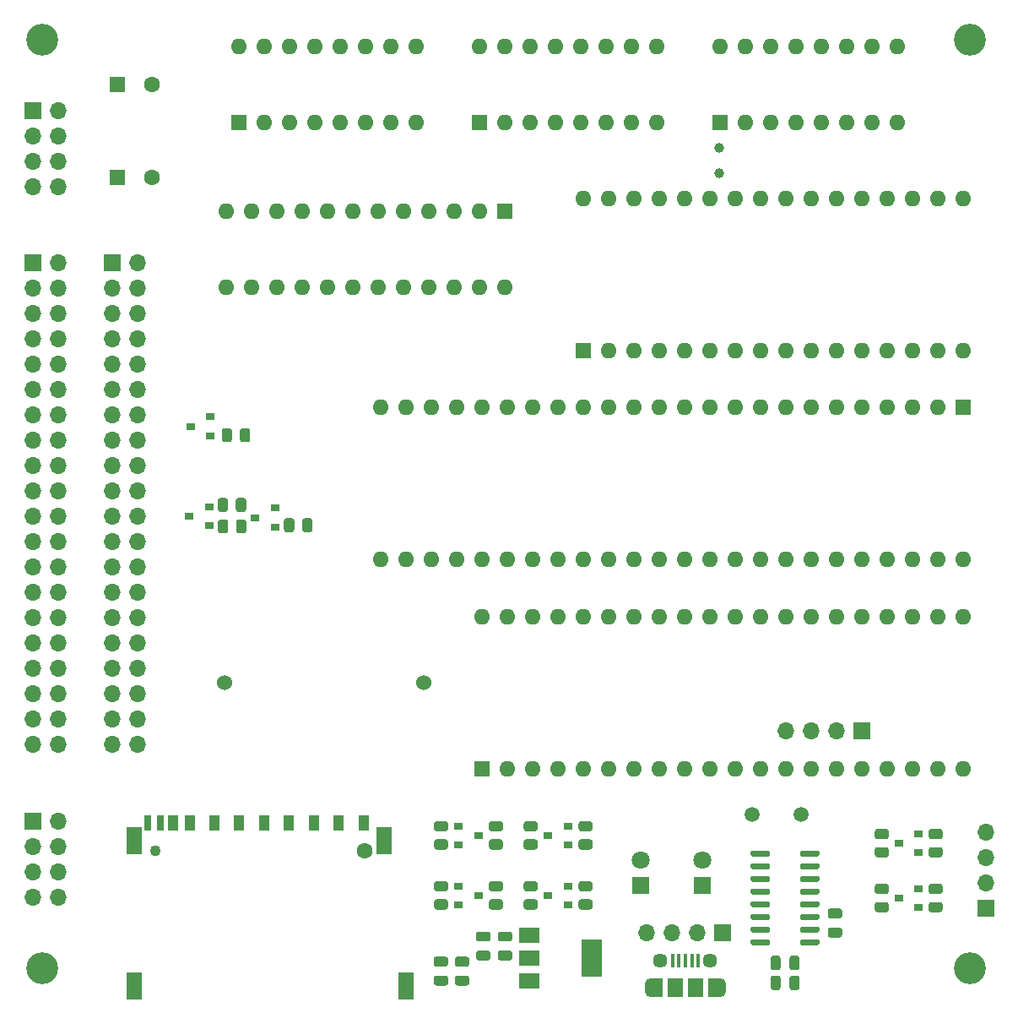
<source format=gbr>
%TF.GenerationSoftware,KiCad,Pcbnew,(5.1.9)-1*%
%TF.CreationDate,2021-05-25T17:26:24-04:00*%
%TF.ProjectId,main,6d61696e-2e6b-4696-9361-645f70636258,rev?*%
%TF.SameCoordinates,Original*%
%TF.FileFunction,Soldermask,Top*%
%TF.FilePolarity,Negative*%
%FSLAX46Y46*%
G04 Gerber Fmt 4.6, Leading zero omitted, Abs format (unit mm)*
G04 Created by KiCad (PCBNEW (5.1.9)-1) date 2021-05-25 17:26:24*
%MOMM*%
%LPD*%
G01*
G04 APERTURE LIST*
%ADD10R,0.900000X0.800000*%
%ADD11O,1.600000X1.600000*%
%ADD12R,1.600000X1.600000*%
%ADD13C,1.600000*%
%ADD14C,1.100000*%
%ADD15R,1.500000X2.800000*%
%ADD16R,0.750000X1.500000*%
%ADD17R,0.700000X1.500000*%
%ADD18R,1.000000X1.500000*%
%ADD19R,2.000000X1.500000*%
%ADD20R,2.000000X3.800000*%
%ADD21O,1.700000X1.700000*%
%ADD22R,1.700000X1.700000*%
%ADD23C,1.500000*%
%ADD24C,1.800000*%
%ADD25R,1.800000X1.800000*%
%ADD26R,1.200000X1.900000*%
%ADD27O,1.200000X1.900000*%
%ADD28R,1.500000X1.900000*%
%ADD29C,1.450000*%
%ADD30R,0.400000X1.350000*%
%ADD31C,1.000000*%
%ADD32C,1.524000*%
%ADD33C,3.200000*%
G04 APERTURE END LIST*
D10*
%TO.C,Q9*%
X38370000Y-62230000D03*
X40370000Y-61280000D03*
X40370000Y-63180000D03*
%TD*%
%TO.C,Q8*%
X44831000Y-71374000D03*
X46831000Y-70424000D03*
X46831000Y-72324000D03*
%TD*%
%TO.C,Q6*%
X38243000Y-71247000D03*
X40243000Y-70297000D03*
X40243000Y-72197000D03*
%TD*%
D11*
%TO.C,U7*%
X67310000Y-24130000D03*
X85090000Y-31750000D03*
X69850000Y-24130000D03*
X82550000Y-31750000D03*
X72390000Y-24130000D03*
X80010000Y-31750000D03*
X74930000Y-24130000D03*
X77470000Y-31750000D03*
X77470000Y-24130000D03*
X74930000Y-31750000D03*
X80010000Y-24130000D03*
X72390000Y-31750000D03*
X82550000Y-24130000D03*
X69850000Y-31750000D03*
X85090000Y-24130000D03*
D12*
X67310000Y-31750000D03*
%TD*%
D11*
%TO.C,U3*%
X43180000Y-24130000D03*
X60960000Y-31750000D03*
X45720000Y-24130000D03*
X58420000Y-31750000D03*
X48260000Y-24130000D03*
X55880000Y-31750000D03*
X50800000Y-24130000D03*
X53340000Y-31750000D03*
X53340000Y-24130000D03*
X50800000Y-31750000D03*
X55880000Y-24130000D03*
X48260000Y-31750000D03*
X58420000Y-24130000D03*
X45720000Y-31750000D03*
X60960000Y-24130000D03*
D12*
X43180000Y-31750000D03*
%TD*%
D13*
%TO.C,J9*%
X55855000Y-104775000D03*
D14*
X34855000Y-104775000D03*
D15*
X57805000Y-103775000D03*
X60005000Y-118275000D03*
X32705000Y-118275000D03*
X32705000Y-103775000D03*
D16*
X34105000Y-101975000D03*
D17*
X35305000Y-101975000D03*
D18*
X55735000Y-101975000D03*
X40735000Y-101975000D03*
X43235000Y-101975000D03*
X45735000Y-101975000D03*
X48235000Y-101975000D03*
X53235000Y-101975000D03*
X50735000Y-101975000D03*
X38305000Y-101975000D03*
X36605000Y-101975000D03*
%TD*%
D19*
%TO.C,U1*%
X72330000Y-113188000D03*
X72330000Y-117788000D03*
X72330000Y-115488000D03*
D20*
X78630000Y-115488000D03*
%TD*%
%TO.C,R17*%
G36*
G01*
X113550001Y-109100000D02*
X112649999Y-109100000D01*
G75*
G02*
X112400000Y-108850001I0J249999D01*
G01*
X112400000Y-108324999D01*
G75*
G02*
X112649999Y-108075000I249999J0D01*
G01*
X113550001Y-108075000D01*
G75*
G02*
X113800000Y-108324999I0J-249999D01*
G01*
X113800000Y-108850001D01*
G75*
G02*
X113550001Y-109100000I-249999J0D01*
G01*
G37*
G36*
G01*
X113550001Y-110925000D02*
X112649999Y-110925000D01*
G75*
G02*
X112400000Y-110675001I0J249999D01*
G01*
X112400000Y-110149999D01*
G75*
G02*
X112649999Y-109900000I249999J0D01*
G01*
X113550001Y-109900000D01*
G75*
G02*
X113800000Y-110149999I0J-249999D01*
G01*
X113800000Y-110675001D01*
G75*
G02*
X113550001Y-110925000I-249999J0D01*
G01*
G37*
%TD*%
%TO.C,R16*%
G36*
G01*
X108150001Y-109100000D02*
X107249999Y-109100000D01*
G75*
G02*
X107000000Y-108850001I0J249999D01*
G01*
X107000000Y-108324999D01*
G75*
G02*
X107249999Y-108075000I249999J0D01*
G01*
X108150001Y-108075000D01*
G75*
G02*
X108400000Y-108324999I0J-249999D01*
G01*
X108400000Y-108850001D01*
G75*
G02*
X108150001Y-109100000I-249999J0D01*
G01*
G37*
G36*
G01*
X108150001Y-110925000D02*
X107249999Y-110925000D01*
G75*
G02*
X107000000Y-110675001I0J249999D01*
G01*
X107000000Y-110149999D01*
G75*
G02*
X107249999Y-109900000I249999J0D01*
G01*
X108150001Y-109900000D01*
G75*
G02*
X108400000Y-110149999I0J-249999D01*
G01*
X108400000Y-110675001D01*
G75*
G02*
X108150001Y-110925000I-249999J0D01*
G01*
G37*
%TD*%
%TO.C,R13*%
G36*
G01*
X113550001Y-103600000D02*
X112649999Y-103600000D01*
G75*
G02*
X112400000Y-103350001I0J249999D01*
G01*
X112400000Y-102824999D01*
G75*
G02*
X112649999Y-102575000I249999J0D01*
G01*
X113550001Y-102575000D01*
G75*
G02*
X113800000Y-102824999I0J-249999D01*
G01*
X113800000Y-103350001D01*
G75*
G02*
X113550001Y-103600000I-249999J0D01*
G01*
G37*
G36*
G01*
X113550001Y-105425000D02*
X112649999Y-105425000D01*
G75*
G02*
X112400000Y-105175001I0J249999D01*
G01*
X112400000Y-104649999D01*
G75*
G02*
X112649999Y-104400000I249999J0D01*
G01*
X113550001Y-104400000D01*
G75*
G02*
X113800000Y-104649999I0J-249999D01*
G01*
X113800000Y-105175001D01*
G75*
G02*
X113550001Y-105425000I-249999J0D01*
G01*
G37*
%TD*%
%TO.C,R12*%
G36*
G01*
X108150001Y-103600000D02*
X107249999Y-103600000D01*
G75*
G02*
X107000000Y-103350001I0J249999D01*
G01*
X107000000Y-102824999D01*
G75*
G02*
X107249999Y-102575000I249999J0D01*
G01*
X108150001Y-102575000D01*
G75*
G02*
X108400000Y-102824999I0J-249999D01*
G01*
X108400000Y-103350001D01*
G75*
G02*
X108150001Y-103600000I-249999J0D01*
G01*
G37*
G36*
G01*
X108150001Y-105425000D02*
X107249999Y-105425000D01*
G75*
G02*
X107000000Y-105175001I0J249999D01*
G01*
X107000000Y-104649999D01*
G75*
G02*
X107249999Y-104400000I249999J0D01*
G01*
X108150001Y-104400000D01*
G75*
G02*
X108400000Y-104649999I0J-249999D01*
G01*
X108400000Y-105175001D01*
G75*
G02*
X108150001Y-105425000I-249999J0D01*
G01*
G37*
%TD*%
%TO.C,R8*%
G36*
G01*
X69442001Y-108830000D02*
X68541999Y-108830000D01*
G75*
G02*
X68292000Y-108580001I0J249999D01*
G01*
X68292000Y-108054999D01*
G75*
G02*
X68541999Y-107805000I249999J0D01*
G01*
X69442001Y-107805000D01*
G75*
G02*
X69692000Y-108054999I0J-249999D01*
G01*
X69692000Y-108580001D01*
G75*
G02*
X69442001Y-108830000I-249999J0D01*
G01*
G37*
G36*
G01*
X69442001Y-110655000D02*
X68541999Y-110655000D01*
G75*
G02*
X68292000Y-110405001I0J249999D01*
G01*
X68292000Y-109879999D01*
G75*
G02*
X68541999Y-109630000I249999J0D01*
G01*
X69442001Y-109630000D01*
G75*
G02*
X69692000Y-109879999I0J-249999D01*
G01*
X69692000Y-110405001D01*
G75*
G02*
X69442001Y-110655000I-249999J0D01*
G01*
G37*
%TD*%
%TO.C,R7*%
G36*
G01*
X72041999Y-109630000D02*
X72942001Y-109630000D01*
G75*
G02*
X73192000Y-109879999I0J-249999D01*
G01*
X73192000Y-110405001D01*
G75*
G02*
X72942001Y-110655000I-249999J0D01*
G01*
X72041999Y-110655000D01*
G75*
G02*
X71792000Y-110405001I0J249999D01*
G01*
X71792000Y-109879999D01*
G75*
G02*
X72041999Y-109630000I249999J0D01*
G01*
G37*
G36*
G01*
X72041999Y-107805000D02*
X72942001Y-107805000D01*
G75*
G02*
X73192000Y-108054999I0J-249999D01*
G01*
X73192000Y-108580001D01*
G75*
G02*
X72942001Y-108830000I-249999J0D01*
G01*
X72041999Y-108830000D01*
G75*
G02*
X71792000Y-108580001I0J249999D01*
G01*
X71792000Y-108054999D01*
G75*
G02*
X72041999Y-107805000I249999J0D01*
G01*
G37*
%TD*%
%TO.C,R6*%
G36*
G01*
X72942001Y-102818000D02*
X72041999Y-102818000D01*
G75*
G02*
X71792000Y-102568001I0J249999D01*
G01*
X71792000Y-102042999D01*
G75*
G02*
X72041999Y-101793000I249999J0D01*
G01*
X72942001Y-101793000D01*
G75*
G02*
X73192000Y-102042999I0J-249999D01*
G01*
X73192000Y-102568001D01*
G75*
G02*
X72942001Y-102818000I-249999J0D01*
G01*
G37*
G36*
G01*
X72942001Y-104643000D02*
X72041999Y-104643000D01*
G75*
G02*
X71792000Y-104393001I0J249999D01*
G01*
X71792000Y-103867999D01*
G75*
G02*
X72041999Y-103618000I249999J0D01*
G01*
X72942001Y-103618000D01*
G75*
G02*
X73192000Y-103867999I0J-249999D01*
G01*
X73192000Y-104393001D01*
G75*
G02*
X72942001Y-104643000I-249999J0D01*
G01*
G37*
%TD*%
%TO.C,R5*%
G36*
G01*
X68541999Y-103618000D02*
X69442001Y-103618000D01*
G75*
G02*
X69692000Y-103867999I0J-249999D01*
G01*
X69692000Y-104393001D01*
G75*
G02*
X69442001Y-104643000I-249999J0D01*
G01*
X68541999Y-104643000D01*
G75*
G02*
X68292000Y-104393001I0J249999D01*
G01*
X68292000Y-103867999D01*
G75*
G02*
X68541999Y-103618000I249999J0D01*
G01*
G37*
G36*
G01*
X68541999Y-101793000D02*
X69442001Y-101793000D01*
G75*
G02*
X69692000Y-102042999I0J-249999D01*
G01*
X69692000Y-102568001D01*
G75*
G02*
X69442001Y-102818000I-249999J0D01*
G01*
X68541999Y-102818000D01*
G75*
G02*
X68292000Y-102568001I0J249999D01*
G01*
X68292000Y-102042999D01*
G75*
G02*
X68541999Y-101793000I249999J0D01*
G01*
G37*
%TD*%
%TO.C,R4*%
G36*
G01*
X63041999Y-107805000D02*
X63942001Y-107805000D01*
G75*
G02*
X64192000Y-108054999I0J-249999D01*
G01*
X64192000Y-108580001D01*
G75*
G02*
X63942001Y-108830000I-249999J0D01*
G01*
X63041999Y-108830000D01*
G75*
G02*
X62792000Y-108580001I0J249999D01*
G01*
X62792000Y-108054999D01*
G75*
G02*
X63041999Y-107805000I249999J0D01*
G01*
G37*
G36*
G01*
X63041999Y-109630000D02*
X63942001Y-109630000D01*
G75*
G02*
X64192000Y-109879999I0J-249999D01*
G01*
X64192000Y-110405001D01*
G75*
G02*
X63942001Y-110655000I-249999J0D01*
G01*
X63041999Y-110655000D01*
G75*
G02*
X62792000Y-110405001I0J249999D01*
G01*
X62792000Y-109879999D01*
G75*
G02*
X63041999Y-109630000I249999J0D01*
G01*
G37*
%TD*%
%TO.C,R3*%
G36*
G01*
X78442001Y-108830000D02*
X77541999Y-108830000D01*
G75*
G02*
X77292000Y-108580001I0J249999D01*
G01*
X77292000Y-108054999D01*
G75*
G02*
X77541999Y-107805000I249999J0D01*
G01*
X78442001Y-107805000D01*
G75*
G02*
X78692000Y-108054999I0J-249999D01*
G01*
X78692000Y-108580001D01*
G75*
G02*
X78442001Y-108830000I-249999J0D01*
G01*
G37*
G36*
G01*
X78442001Y-110655000D02*
X77541999Y-110655000D01*
G75*
G02*
X77292000Y-110405001I0J249999D01*
G01*
X77292000Y-109879999D01*
G75*
G02*
X77541999Y-109630000I249999J0D01*
G01*
X78442001Y-109630000D01*
G75*
G02*
X78692000Y-109879999I0J-249999D01*
G01*
X78692000Y-110405001D01*
G75*
G02*
X78442001Y-110655000I-249999J0D01*
G01*
G37*
%TD*%
%TO.C,R2*%
G36*
G01*
X78442001Y-102818000D02*
X77541999Y-102818000D01*
G75*
G02*
X77292000Y-102568001I0J249999D01*
G01*
X77292000Y-102042999D01*
G75*
G02*
X77541999Y-101793000I249999J0D01*
G01*
X78442001Y-101793000D01*
G75*
G02*
X78692000Y-102042999I0J-249999D01*
G01*
X78692000Y-102568001D01*
G75*
G02*
X78442001Y-102818000I-249999J0D01*
G01*
G37*
G36*
G01*
X78442001Y-104643000D02*
X77541999Y-104643000D01*
G75*
G02*
X77292000Y-104393001I0J249999D01*
G01*
X77292000Y-103867999D01*
G75*
G02*
X77541999Y-103618000I249999J0D01*
G01*
X78442001Y-103618000D01*
G75*
G02*
X78692000Y-103867999I0J-249999D01*
G01*
X78692000Y-104393001D01*
G75*
G02*
X78442001Y-104643000I-249999J0D01*
G01*
G37*
%TD*%
%TO.C,R1*%
G36*
G01*
X63041999Y-103618000D02*
X63942001Y-103618000D01*
G75*
G02*
X64192000Y-103867999I0J-249999D01*
G01*
X64192000Y-104393001D01*
G75*
G02*
X63942001Y-104643000I-249999J0D01*
G01*
X63041999Y-104643000D01*
G75*
G02*
X62792000Y-104393001I0J249999D01*
G01*
X62792000Y-103867999D01*
G75*
G02*
X63041999Y-103618000I249999J0D01*
G01*
G37*
G36*
G01*
X63041999Y-101793000D02*
X63942001Y-101793000D01*
G75*
G02*
X64192000Y-102042999I0J-249999D01*
G01*
X64192000Y-102568001D01*
G75*
G02*
X63942001Y-102818000I-249999J0D01*
G01*
X63041999Y-102818000D01*
G75*
G02*
X62792000Y-102568001I0J249999D01*
G01*
X62792000Y-102042999D01*
G75*
G02*
X63041999Y-101793000I249999J0D01*
G01*
G37*
%TD*%
D10*
%TO.C,Q7*%
X109400000Y-109500000D03*
X111400000Y-108550000D03*
X111400000Y-110450000D03*
%TD*%
%TO.C,Q5*%
X109400000Y-104000000D03*
X111400000Y-103050000D03*
X111400000Y-104950000D03*
%TD*%
%TO.C,Q4*%
X67242000Y-109230000D03*
X65242000Y-110180000D03*
X65242000Y-108280000D03*
%TD*%
%TO.C,Q3*%
X74242000Y-109230000D03*
X76242000Y-108280000D03*
X76242000Y-110180000D03*
%TD*%
%TO.C,Q2*%
X74242000Y-103218000D03*
X76242000Y-102268000D03*
X76242000Y-104168000D03*
%TD*%
%TO.C,Q1*%
X67242000Y-103218000D03*
X65242000Y-104168000D03*
X65242000Y-102268000D03*
%TD*%
D21*
%TO.C,J4*%
X118110000Y-102870000D03*
X118110000Y-105410000D03*
X118110000Y-107950000D03*
D22*
X118110000Y-110490000D03*
%TD*%
%TO.C,C8*%
G36*
G01*
X67255000Y-114753000D02*
X68205000Y-114753000D01*
G75*
G02*
X68455000Y-115003000I0J-250000D01*
G01*
X68455000Y-115503000D01*
G75*
G02*
X68205000Y-115753000I-250000J0D01*
G01*
X67255000Y-115753000D01*
G75*
G02*
X67005000Y-115503000I0J250000D01*
G01*
X67005000Y-115003000D01*
G75*
G02*
X67255000Y-114753000I250000J0D01*
G01*
G37*
G36*
G01*
X67255000Y-112853000D02*
X68205000Y-112853000D01*
G75*
G02*
X68455000Y-113103000I0J-250000D01*
G01*
X68455000Y-113603000D01*
G75*
G02*
X68205000Y-113853000I-250000J0D01*
G01*
X67255000Y-113853000D01*
G75*
G02*
X67005000Y-113603000I0J250000D01*
G01*
X67005000Y-113103000D01*
G75*
G02*
X67255000Y-112853000I250000J0D01*
G01*
G37*
%TD*%
%TO.C,C7*%
G36*
G01*
X63955000Y-116373000D02*
X63005000Y-116373000D01*
G75*
G02*
X62755000Y-116123000I0J250000D01*
G01*
X62755000Y-115623000D01*
G75*
G02*
X63005000Y-115373000I250000J0D01*
G01*
X63955000Y-115373000D01*
G75*
G02*
X64205000Y-115623000I0J-250000D01*
G01*
X64205000Y-116123000D01*
G75*
G02*
X63955000Y-116373000I-250000J0D01*
G01*
G37*
G36*
G01*
X63955000Y-118273000D02*
X63005000Y-118273000D01*
G75*
G02*
X62755000Y-118023000I0J250000D01*
G01*
X62755000Y-117523000D01*
G75*
G02*
X63005000Y-117273000I250000J0D01*
G01*
X63955000Y-117273000D01*
G75*
G02*
X64205000Y-117523000I0J-250000D01*
G01*
X64205000Y-118023000D01*
G75*
G02*
X63955000Y-118273000I-250000J0D01*
G01*
G37*
%TD*%
%TO.C,C6*%
G36*
G01*
X69435000Y-114753000D02*
X70385000Y-114753000D01*
G75*
G02*
X70635000Y-115003000I0J-250000D01*
G01*
X70635000Y-115503000D01*
G75*
G02*
X70385000Y-115753000I-250000J0D01*
G01*
X69435000Y-115753000D01*
G75*
G02*
X69185000Y-115503000I0J250000D01*
G01*
X69185000Y-115003000D01*
G75*
G02*
X69435000Y-114753000I250000J0D01*
G01*
G37*
G36*
G01*
X69435000Y-112853000D02*
X70385000Y-112853000D01*
G75*
G02*
X70635000Y-113103000I0J-250000D01*
G01*
X70635000Y-113603000D01*
G75*
G02*
X70385000Y-113853000I-250000J0D01*
G01*
X69435000Y-113853000D01*
G75*
G02*
X69185000Y-113603000I0J250000D01*
G01*
X69185000Y-113103000D01*
G75*
G02*
X69435000Y-112853000I250000J0D01*
G01*
G37*
%TD*%
%TO.C,C5*%
G36*
G01*
X66080000Y-116373000D02*
X65130000Y-116373000D01*
G75*
G02*
X64880000Y-116123000I0J250000D01*
G01*
X64880000Y-115623000D01*
G75*
G02*
X65130000Y-115373000I250000J0D01*
G01*
X66080000Y-115373000D01*
G75*
G02*
X66330000Y-115623000I0J-250000D01*
G01*
X66330000Y-116123000D01*
G75*
G02*
X66080000Y-116373000I-250000J0D01*
G01*
G37*
G36*
G01*
X66080000Y-118273000D02*
X65130000Y-118273000D01*
G75*
G02*
X64880000Y-118023000I0J250000D01*
G01*
X64880000Y-117523000D01*
G75*
G02*
X65130000Y-117273000I250000J0D01*
G01*
X66080000Y-117273000D01*
G75*
G02*
X66330000Y-117523000I0J-250000D01*
G01*
X66330000Y-118023000D01*
G75*
G02*
X66080000Y-118273000I-250000J0D01*
G01*
G37*
%TD*%
D23*
%TO.C,Y2*%
X94688000Y-101092000D03*
X99568000Y-101092000D03*
%TD*%
%TO.C,U9*%
G36*
G01*
X96500000Y-113795000D02*
X96500000Y-114095000D01*
G75*
G02*
X96350000Y-114245000I-150000J0D01*
G01*
X94700000Y-114245000D01*
G75*
G02*
X94550000Y-114095000I0J150000D01*
G01*
X94550000Y-113795000D01*
G75*
G02*
X94700000Y-113645000I150000J0D01*
G01*
X96350000Y-113645000D01*
G75*
G02*
X96500000Y-113795000I0J-150000D01*
G01*
G37*
G36*
G01*
X96500000Y-112525000D02*
X96500000Y-112825000D01*
G75*
G02*
X96350000Y-112975000I-150000J0D01*
G01*
X94700000Y-112975000D01*
G75*
G02*
X94550000Y-112825000I0J150000D01*
G01*
X94550000Y-112525000D01*
G75*
G02*
X94700000Y-112375000I150000J0D01*
G01*
X96350000Y-112375000D01*
G75*
G02*
X96500000Y-112525000I0J-150000D01*
G01*
G37*
G36*
G01*
X96500000Y-111255000D02*
X96500000Y-111555000D01*
G75*
G02*
X96350000Y-111705000I-150000J0D01*
G01*
X94700000Y-111705000D01*
G75*
G02*
X94550000Y-111555000I0J150000D01*
G01*
X94550000Y-111255000D01*
G75*
G02*
X94700000Y-111105000I150000J0D01*
G01*
X96350000Y-111105000D01*
G75*
G02*
X96500000Y-111255000I0J-150000D01*
G01*
G37*
G36*
G01*
X96500000Y-109985000D02*
X96500000Y-110285000D01*
G75*
G02*
X96350000Y-110435000I-150000J0D01*
G01*
X94700000Y-110435000D01*
G75*
G02*
X94550000Y-110285000I0J150000D01*
G01*
X94550000Y-109985000D01*
G75*
G02*
X94700000Y-109835000I150000J0D01*
G01*
X96350000Y-109835000D01*
G75*
G02*
X96500000Y-109985000I0J-150000D01*
G01*
G37*
G36*
G01*
X96500000Y-108715000D02*
X96500000Y-109015000D01*
G75*
G02*
X96350000Y-109165000I-150000J0D01*
G01*
X94700000Y-109165000D01*
G75*
G02*
X94550000Y-109015000I0J150000D01*
G01*
X94550000Y-108715000D01*
G75*
G02*
X94700000Y-108565000I150000J0D01*
G01*
X96350000Y-108565000D01*
G75*
G02*
X96500000Y-108715000I0J-150000D01*
G01*
G37*
G36*
G01*
X96500000Y-107445000D02*
X96500000Y-107745000D01*
G75*
G02*
X96350000Y-107895000I-150000J0D01*
G01*
X94700000Y-107895000D01*
G75*
G02*
X94550000Y-107745000I0J150000D01*
G01*
X94550000Y-107445000D01*
G75*
G02*
X94700000Y-107295000I150000J0D01*
G01*
X96350000Y-107295000D01*
G75*
G02*
X96500000Y-107445000I0J-150000D01*
G01*
G37*
G36*
G01*
X96500000Y-106175000D02*
X96500000Y-106475000D01*
G75*
G02*
X96350000Y-106625000I-150000J0D01*
G01*
X94700000Y-106625000D01*
G75*
G02*
X94550000Y-106475000I0J150000D01*
G01*
X94550000Y-106175000D01*
G75*
G02*
X94700000Y-106025000I150000J0D01*
G01*
X96350000Y-106025000D01*
G75*
G02*
X96500000Y-106175000I0J-150000D01*
G01*
G37*
G36*
G01*
X96500000Y-104905000D02*
X96500000Y-105205000D01*
G75*
G02*
X96350000Y-105355000I-150000J0D01*
G01*
X94700000Y-105355000D01*
G75*
G02*
X94550000Y-105205000I0J150000D01*
G01*
X94550000Y-104905000D01*
G75*
G02*
X94700000Y-104755000I150000J0D01*
G01*
X96350000Y-104755000D01*
G75*
G02*
X96500000Y-104905000I0J-150000D01*
G01*
G37*
G36*
G01*
X101450000Y-104905000D02*
X101450000Y-105205000D01*
G75*
G02*
X101300000Y-105355000I-150000J0D01*
G01*
X99650000Y-105355000D01*
G75*
G02*
X99500000Y-105205000I0J150000D01*
G01*
X99500000Y-104905000D01*
G75*
G02*
X99650000Y-104755000I150000J0D01*
G01*
X101300000Y-104755000D01*
G75*
G02*
X101450000Y-104905000I0J-150000D01*
G01*
G37*
G36*
G01*
X101450000Y-106175000D02*
X101450000Y-106475000D01*
G75*
G02*
X101300000Y-106625000I-150000J0D01*
G01*
X99650000Y-106625000D01*
G75*
G02*
X99500000Y-106475000I0J150000D01*
G01*
X99500000Y-106175000D01*
G75*
G02*
X99650000Y-106025000I150000J0D01*
G01*
X101300000Y-106025000D01*
G75*
G02*
X101450000Y-106175000I0J-150000D01*
G01*
G37*
G36*
G01*
X101450000Y-107445000D02*
X101450000Y-107745000D01*
G75*
G02*
X101300000Y-107895000I-150000J0D01*
G01*
X99650000Y-107895000D01*
G75*
G02*
X99500000Y-107745000I0J150000D01*
G01*
X99500000Y-107445000D01*
G75*
G02*
X99650000Y-107295000I150000J0D01*
G01*
X101300000Y-107295000D01*
G75*
G02*
X101450000Y-107445000I0J-150000D01*
G01*
G37*
G36*
G01*
X101450000Y-108715000D02*
X101450000Y-109015000D01*
G75*
G02*
X101300000Y-109165000I-150000J0D01*
G01*
X99650000Y-109165000D01*
G75*
G02*
X99500000Y-109015000I0J150000D01*
G01*
X99500000Y-108715000D01*
G75*
G02*
X99650000Y-108565000I150000J0D01*
G01*
X101300000Y-108565000D01*
G75*
G02*
X101450000Y-108715000I0J-150000D01*
G01*
G37*
G36*
G01*
X101450000Y-109985000D02*
X101450000Y-110285000D01*
G75*
G02*
X101300000Y-110435000I-150000J0D01*
G01*
X99650000Y-110435000D01*
G75*
G02*
X99500000Y-110285000I0J150000D01*
G01*
X99500000Y-109985000D01*
G75*
G02*
X99650000Y-109835000I150000J0D01*
G01*
X101300000Y-109835000D01*
G75*
G02*
X101450000Y-109985000I0J-150000D01*
G01*
G37*
G36*
G01*
X101450000Y-111255000D02*
X101450000Y-111555000D01*
G75*
G02*
X101300000Y-111705000I-150000J0D01*
G01*
X99650000Y-111705000D01*
G75*
G02*
X99500000Y-111555000I0J150000D01*
G01*
X99500000Y-111255000D01*
G75*
G02*
X99650000Y-111105000I150000J0D01*
G01*
X101300000Y-111105000D01*
G75*
G02*
X101450000Y-111255000I0J-150000D01*
G01*
G37*
G36*
G01*
X101450000Y-112525000D02*
X101450000Y-112825000D01*
G75*
G02*
X101300000Y-112975000I-150000J0D01*
G01*
X99650000Y-112975000D01*
G75*
G02*
X99500000Y-112825000I0J150000D01*
G01*
X99500000Y-112525000D01*
G75*
G02*
X99650000Y-112375000I150000J0D01*
G01*
X101300000Y-112375000D01*
G75*
G02*
X101450000Y-112525000I0J-150000D01*
G01*
G37*
G36*
G01*
X101450000Y-113795000D02*
X101450000Y-114095000D01*
G75*
G02*
X101300000Y-114245000I-150000J0D01*
G01*
X99650000Y-114245000D01*
G75*
G02*
X99500000Y-114095000I0J150000D01*
G01*
X99500000Y-113795000D01*
G75*
G02*
X99650000Y-113645000I150000J0D01*
G01*
X101300000Y-113645000D01*
G75*
G02*
X101450000Y-113795000I0J-150000D01*
G01*
G37*
%TD*%
D21*
%TO.C,J8*%
X98044000Y-92710000D03*
X100584000Y-92710000D03*
X103124000Y-92710000D03*
D22*
X105664000Y-92710000D03*
%TD*%
D21*
%TO.C,J6*%
X84130000Y-113000000D03*
X86670000Y-113000000D03*
X89210000Y-113000000D03*
D22*
X91750000Y-113000000D03*
%TD*%
D24*
%TO.C,D2*%
X89662000Y-105664000D03*
D25*
X89662000Y-108204000D03*
%TD*%
%TO.C,C17*%
G36*
G01*
X102525000Y-112450000D02*
X103475000Y-112450000D01*
G75*
G02*
X103725000Y-112700000I0J-250000D01*
G01*
X103725000Y-113200000D01*
G75*
G02*
X103475000Y-113450000I-250000J0D01*
G01*
X102525000Y-113450000D01*
G75*
G02*
X102275000Y-113200000I0J250000D01*
G01*
X102275000Y-112700000D01*
G75*
G02*
X102525000Y-112450000I250000J0D01*
G01*
G37*
G36*
G01*
X102525000Y-110550000D02*
X103475000Y-110550000D01*
G75*
G02*
X103725000Y-110800000I0J-250000D01*
G01*
X103725000Y-111300000D01*
G75*
G02*
X103475000Y-111550000I-250000J0D01*
G01*
X102525000Y-111550000D01*
G75*
G02*
X102275000Y-111300000I0J250000D01*
G01*
X102275000Y-110800000D01*
G75*
G02*
X102525000Y-110550000I250000J0D01*
G01*
G37*
%TD*%
%TO.C,C16*%
G36*
G01*
X98450000Y-116475000D02*
X98450000Y-115525000D01*
G75*
G02*
X98700000Y-115275000I250000J0D01*
G01*
X99200000Y-115275000D01*
G75*
G02*
X99450000Y-115525000I0J-250000D01*
G01*
X99450000Y-116475000D01*
G75*
G02*
X99200000Y-116725000I-250000J0D01*
G01*
X98700000Y-116725000D01*
G75*
G02*
X98450000Y-116475000I0J250000D01*
G01*
G37*
G36*
G01*
X96550000Y-116475000D02*
X96550000Y-115525000D01*
G75*
G02*
X96800000Y-115275000I250000J0D01*
G01*
X97300000Y-115275000D01*
G75*
G02*
X97550000Y-115525000I0J-250000D01*
G01*
X97550000Y-116475000D01*
G75*
G02*
X97300000Y-116725000I-250000J0D01*
G01*
X96800000Y-116725000D01*
G75*
G02*
X96550000Y-116475000I0J250000D01*
G01*
G37*
%TD*%
%TO.C,C15*%
G36*
G01*
X98450000Y-118475000D02*
X98450000Y-117525000D01*
G75*
G02*
X98700000Y-117275000I250000J0D01*
G01*
X99200000Y-117275000D01*
G75*
G02*
X99450000Y-117525000I0J-250000D01*
G01*
X99450000Y-118475000D01*
G75*
G02*
X99200000Y-118725000I-250000J0D01*
G01*
X98700000Y-118725000D01*
G75*
G02*
X98450000Y-118475000I0J250000D01*
G01*
G37*
G36*
G01*
X96550000Y-118475000D02*
X96550000Y-117525000D01*
G75*
G02*
X96800000Y-117275000I250000J0D01*
G01*
X97300000Y-117275000D01*
G75*
G02*
X97550000Y-117525000I0J-250000D01*
G01*
X97550000Y-118475000D01*
G75*
G02*
X97300000Y-118725000I-250000J0D01*
G01*
X96800000Y-118725000D01*
G75*
G02*
X96550000Y-118475000I0J250000D01*
G01*
G37*
%TD*%
D11*
%TO.C,U4*%
X67580000Y-81280000D03*
X115840000Y-96520000D03*
X70120000Y-81280000D03*
X113300000Y-96520000D03*
X72660000Y-81280000D03*
X110760000Y-96520000D03*
X75200000Y-81280000D03*
X108220000Y-96520000D03*
X77740000Y-81280000D03*
X105680000Y-96520000D03*
X80280000Y-81280000D03*
X103140000Y-96520000D03*
X82820000Y-81280000D03*
X100600000Y-96520000D03*
X85360000Y-81280000D03*
X98060000Y-96520000D03*
X87900000Y-81280000D03*
X95520000Y-96520000D03*
X90440000Y-81280000D03*
X92980000Y-96520000D03*
X92980000Y-81280000D03*
X90440000Y-96520000D03*
X95520000Y-81280000D03*
X87900000Y-96520000D03*
X98060000Y-81280000D03*
X85360000Y-96520000D03*
X100600000Y-81280000D03*
X82820000Y-96520000D03*
X103140000Y-81280000D03*
X80280000Y-96520000D03*
X105680000Y-81280000D03*
X77740000Y-96520000D03*
X108220000Y-81280000D03*
X75200000Y-96520000D03*
X110760000Y-81280000D03*
X72660000Y-96520000D03*
X113300000Y-81280000D03*
X70120000Y-96520000D03*
X115840000Y-81280000D03*
D12*
X67580000Y-96520000D03*
%TD*%
D11*
%TO.C,U5*%
X115840000Y-75565000D03*
X57420000Y-60325000D03*
X113300000Y-75565000D03*
X59960000Y-60325000D03*
X110760000Y-75565000D03*
X62500000Y-60325000D03*
X108220000Y-75565000D03*
X65040000Y-60325000D03*
X105680000Y-75565000D03*
X67580000Y-60325000D03*
X103140000Y-75565000D03*
X70120000Y-60325000D03*
X100600000Y-75565000D03*
X72660000Y-60325000D03*
X98060000Y-75565000D03*
X75200000Y-60325000D03*
X95520000Y-75565000D03*
X77740000Y-60325000D03*
X92980000Y-75565000D03*
X80280000Y-60325000D03*
X90440000Y-75565000D03*
X82820000Y-60325000D03*
X87900000Y-75565000D03*
X85360000Y-60325000D03*
X85360000Y-75565000D03*
X87900000Y-60325000D03*
X82820000Y-75565000D03*
X90440000Y-60325000D03*
X80280000Y-75565000D03*
X92980000Y-60325000D03*
X77740000Y-75565000D03*
X95520000Y-60325000D03*
X75200000Y-75565000D03*
X98060000Y-60325000D03*
X72660000Y-75565000D03*
X100600000Y-60325000D03*
X70120000Y-75565000D03*
X103140000Y-60325000D03*
X67580000Y-75565000D03*
X105680000Y-60325000D03*
X65040000Y-75565000D03*
X108220000Y-60325000D03*
X62500000Y-75565000D03*
X110760000Y-60325000D03*
X59960000Y-75565000D03*
X113300000Y-60325000D03*
X57420000Y-75565000D03*
D12*
X115840000Y-60325000D03*
%TD*%
D11*
%TO.C,U8*%
X69850000Y-48260000D03*
X41910000Y-40640000D03*
X67310000Y-48260000D03*
X44450000Y-40640000D03*
X64770000Y-48260000D03*
X46990000Y-40640000D03*
X62230000Y-48260000D03*
X49530000Y-40640000D03*
X59690000Y-48260000D03*
X52070000Y-40640000D03*
X57150000Y-48260000D03*
X54610000Y-40640000D03*
X54610000Y-48260000D03*
X57150000Y-40640000D03*
X52070000Y-48260000D03*
X59690000Y-40640000D03*
X49530000Y-48260000D03*
X62230000Y-40640000D03*
X46990000Y-48260000D03*
X64770000Y-40640000D03*
X44450000Y-48260000D03*
X67310000Y-40640000D03*
X41910000Y-48260000D03*
D12*
X69850000Y-40640000D03*
%TD*%
%TO.C,R18*%
G36*
G01*
X48772500Y-71685999D02*
X48772500Y-72586001D01*
G75*
G02*
X48522501Y-72836000I-249999J0D01*
G01*
X47997499Y-72836000D01*
G75*
G02*
X47747500Y-72586001I0J249999D01*
G01*
X47747500Y-71685999D01*
G75*
G02*
X47997499Y-71436000I249999J0D01*
G01*
X48522501Y-71436000D01*
G75*
G02*
X48772500Y-71685999I0J-249999D01*
G01*
G37*
G36*
G01*
X50597500Y-71685999D02*
X50597500Y-72586001D01*
G75*
G02*
X50347501Y-72836000I-249999J0D01*
G01*
X49822499Y-72836000D01*
G75*
G02*
X49572500Y-72586001I0J249999D01*
G01*
X49572500Y-71685999D01*
G75*
G02*
X49822499Y-71436000I249999J0D01*
G01*
X50347501Y-71436000D01*
G75*
G02*
X50597500Y-71685999I0J-249999D01*
G01*
G37*
%TD*%
%TO.C,R15*%
G36*
G01*
X42145000Y-71812999D02*
X42145000Y-72713001D01*
G75*
G02*
X41895001Y-72963000I-249999J0D01*
G01*
X41369999Y-72963000D01*
G75*
G02*
X41120000Y-72713001I0J249999D01*
G01*
X41120000Y-71812999D01*
G75*
G02*
X41369999Y-71563000I249999J0D01*
G01*
X41895001Y-71563000D01*
G75*
G02*
X42145000Y-71812999I0J-249999D01*
G01*
G37*
G36*
G01*
X43970000Y-71812999D02*
X43970000Y-72713001D01*
G75*
G02*
X43720001Y-72963000I-249999J0D01*
G01*
X43194999Y-72963000D01*
G75*
G02*
X42945000Y-72713001I0J249999D01*
G01*
X42945000Y-71812999D01*
G75*
G02*
X43194999Y-71563000I249999J0D01*
G01*
X43720001Y-71563000D01*
G75*
G02*
X43970000Y-71812999I0J-249999D01*
G01*
G37*
%TD*%
%TO.C,R14*%
G36*
G01*
X42121500Y-69653999D02*
X42121500Y-70554001D01*
G75*
G02*
X41871501Y-70804000I-249999J0D01*
G01*
X41346499Y-70804000D01*
G75*
G02*
X41096500Y-70554001I0J249999D01*
G01*
X41096500Y-69653999D01*
G75*
G02*
X41346499Y-69404000I249999J0D01*
G01*
X41871501Y-69404000D01*
G75*
G02*
X42121500Y-69653999I0J-249999D01*
G01*
G37*
G36*
G01*
X43946500Y-69653999D02*
X43946500Y-70554001D01*
G75*
G02*
X43696501Y-70804000I-249999J0D01*
G01*
X43171499Y-70804000D01*
G75*
G02*
X42921500Y-70554001I0J249999D01*
G01*
X42921500Y-69653999D01*
G75*
G02*
X43171499Y-69404000I249999J0D01*
G01*
X43696501Y-69404000D01*
G75*
G02*
X43946500Y-69653999I0J-249999D01*
G01*
G37*
%TD*%
%TO.C,R19*%
G36*
G01*
X43326000Y-63569001D02*
X43326000Y-62668999D01*
G75*
G02*
X43575999Y-62419000I249999J0D01*
G01*
X44101001Y-62419000D01*
G75*
G02*
X44351000Y-62668999I0J-249999D01*
G01*
X44351000Y-63569001D01*
G75*
G02*
X44101001Y-63819000I-249999J0D01*
G01*
X43575999Y-63819000D01*
G75*
G02*
X43326000Y-63569001I0J249999D01*
G01*
G37*
G36*
G01*
X41501000Y-63569001D02*
X41501000Y-62668999D01*
G75*
G02*
X41750999Y-62419000I249999J0D01*
G01*
X42276001Y-62419000D01*
G75*
G02*
X42526000Y-62668999I0J-249999D01*
G01*
X42526000Y-63569001D01*
G75*
G02*
X42276001Y-63819000I-249999J0D01*
G01*
X41750999Y-63819000D01*
G75*
G02*
X41501000Y-63569001I0J249999D01*
G01*
G37*
%TD*%
D26*
%TO.C,J7*%
X85100000Y-118487500D03*
X90900000Y-118487500D03*
D27*
X91500000Y-118487500D03*
X84500000Y-118487500D03*
D28*
X87000000Y-118487500D03*
D29*
X90500000Y-115787500D03*
D30*
X88000000Y-115787500D03*
X88650000Y-115787500D03*
X89300000Y-115787500D03*
X86700000Y-115787500D03*
X87350000Y-115787500D03*
D29*
X85500000Y-115787500D03*
D28*
X89000000Y-118487500D03*
%TD*%
D24*
%TO.C,D1*%
X83500000Y-105664000D03*
D25*
X83500000Y-108204000D03*
%TD*%
D11*
%TO.C,U2*%
X91440000Y-24130000D03*
X109220000Y-31750000D03*
X93980000Y-24130000D03*
X106680000Y-31750000D03*
X96520000Y-24130000D03*
X104140000Y-31750000D03*
X99060000Y-24130000D03*
X101600000Y-31750000D03*
X101600000Y-24130000D03*
X99060000Y-31750000D03*
X104140000Y-24130000D03*
X96520000Y-31750000D03*
X106680000Y-24130000D03*
X93980000Y-31750000D03*
X109220000Y-24130000D03*
D12*
X91440000Y-31750000D03*
%TD*%
D31*
%TO.C,Y1*%
X91425000Y-34290000D03*
X91425000Y-36830000D03*
%TD*%
D11*
%TO.C,U6*%
X77740000Y-39370000D03*
X115840000Y-54610000D03*
X80280000Y-39370000D03*
X113300000Y-54610000D03*
X82820000Y-39370000D03*
X110760000Y-54610000D03*
X85360000Y-39370000D03*
X108220000Y-54610000D03*
X87900000Y-39370000D03*
X105680000Y-54610000D03*
X90440000Y-39370000D03*
X103140000Y-54610000D03*
X92980000Y-39370000D03*
X100600000Y-54610000D03*
X95520000Y-39370000D03*
X98060000Y-54610000D03*
X98060000Y-39370000D03*
X95520000Y-54610000D03*
X100600000Y-39370000D03*
X92980000Y-54610000D03*
X103140000Y-39370000D03*
X90440000Y-54610000D03*
X105680000Y-39370000D03*
X87900000Y-54610000D03*
X108220000Y-39370000D03*
X85360000Y-54610000D03*
X110760000Y-39370000D03*
X82820000Y-54610000D03*
X113300000Y-39370000D03*
X80280000Y-54610000D03*
X115840000Y-39370000D03*
D12*
X77740000Y-54610000D03*
%TD*%
D32*
%TO.C,BT1*%
X61800000Y-87905000D03*
X41800000Y-87905000D03*
%TD*%
D33*
%TO.C,M4*%
X23500000Y-116500000D03*
%TD*%
%TO.C,M3*%
X23500000Y-23500000D03*
%TD*%
%TO.C,M2*%
X116500000Y-116500000D03*
%TD*%
%TO.C,M1*%
X116500000Y-23500000D03*
%TD*%
D13*
%TO.C,C1*%
X34500000Y-37300000D03*
D12*
X31000000Y-37300000D03*
%TD*%
D13*
%TO.C,C4*%
X34500000Y-28000000D03*
D12*
X31000000Y-28000000D03*
%TD*%
D22*
%TO.C,J5*%
X22540000Y-30600000D03*
D21*
X25080000Y-30600000D03*
X22540000Y-33140000D03*
X25080000Y-33140000D03*
X22540000Y-35680000D03*
X25080000Y-35680000D03*
X22540000Y-38220000D03*
X25080000Y-38220000D03*
%TD*%
%TO.C,J1*%
X25080000Y-109400000D03*
X22540000Y-109400000D03*
X25080000Y-106860000D03*
X22540000Y-106860000D03*
X25080000Y-104320000D03*
X22540000Y-104320000D03*
X25080000Y-101780000D03*
D22*
X22540000Y-101780000D03*
%TD*%
D21*
%TO.C,J3*%
X33080000Y-94130000D03*
X30540000Y-94130000D03*
X33080000Y-91590000D03*
X30540000Y-91590000D03*
X33080000Y-89050000D03*
X30540000Y-89050000D03*
X33080000Y-86510000D03*
X30540000Y-86510000D03*
X33080000Y-83970000D03*
X30540000Y-83970000D03*
X33080000Y-81430000D03*
X30540000Y-81430000D03*
X33080000Y-78890000D03*
X30540000Y-78890000D03*
X33080000Y-76350000D03*
X30540000Y-76350000D03*
X33080000Y-73810000D03*
X30540000Y-73810000D03*
X33080000Y-71270000D03*
X30540000Y-71270000D03*
X33080000Y-68730000D03*
X30540000Y-68730000D03*
X33080000Y-66190000D03*
X30540000Y-66190000D03*
X33080000Y-63650000D03*
X30540000Y-63650000D03*
X33080000Y-61110000D03*
X30540000Y-61110000D03*
X33080000Y-58570000D03*
X30540000Y-58570000D03*
X33080000Y-56030000D03*
X30540000Y-56030000D03*
X33080000Y-53490000D03*
X30540000Y-53490000D03*
X33080000Y-50950000D03*
X30540000Y-50950000D03*
X33080000Y-48410000D03*
X30540000Y-48410000D03*
X33080000Y-45870000D03*
D22*
X30540000Y-45870000D03*
%TD*%
D21*
%TO.C,J2*%
X25080000Y-94130000D03*
X22540000Y-94130000D03*
X25080000Y-91590000D03*
X22540000Y-91590000D03*
X25080000Y-89050000D03*
X22540000Y-89050000D03*
X25080000Y-86510000D03*
X22540000Y-86510000D03*
X25080000Y-83970000D03*
X22540000Y-83970000D03*
X25080000Y-81430000D03*
X22540000Y-81430000D03*
X25080000Y-78890000D03*
X22540000Y-78890000D03*
X25080000Y-76350000D03*
X22540000Y-76350000D03*
X25080000Y-73810000D03*
X22540000Y-73810000D03*
X25080000Y-71270000D03*
X22540000Y-71270000D03*
X25080000Y-68730000D03*
X22540000Y-68730000D03*
X25080000Y-66190000D03*
X22540000Y-66190000D03*
X25080000Y-63650000D03*
X22540000Y-63650000D03*
X25080000Y-61110000D03*
X22540000Y-61110000D03*
X25080000Y-58570000D03*
X22540000Y-58570000D03*
X25080000Y-56030000D03*
X22540000Y-56030000D03*
X25080000Y-53490000D03*
X22540000Y-53490000D03*
X25080000Y-50950000D03*
X22540000Y-50950000D03*
X25080000Y-48410000D03*
X22540000Y-48410000D03*
X25080000Y-45870000D03*
D22*
X22540000Y-45870000D03*
%TD*%
M02*

</source>
